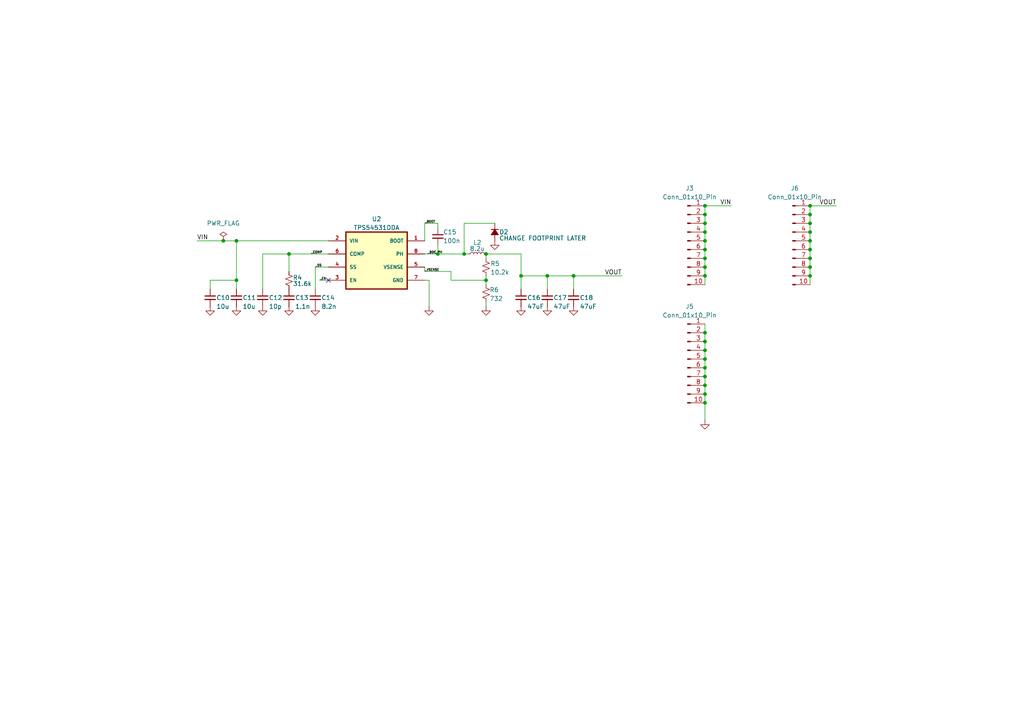
<source format=kicad_sch>
(kicad_sch (version 20250114) (generator "eeschema") (generator_version "9.0")
  (paper "A4")
  (lib_symbols
    (symbol "Connector:Conn_01x10_Pin" (pin_names (offset 1.016) (hide yes))
      (property "Reference" "J" (at 0 12.7 0))
      (property "Value" "Conn_01x10_Pin" (at 0 -15.24 0))
      (symbol "Conn_01x10_Pin_1_1"
        (rectangle (start 0.8636 10.287) (end 0 10.033) (stroke (width 0.1524)) (fill (type outline)))
        (rectangle (start 0.8636 7.747) (end 0 7.493) (stroke (width 0.1524)) (fill (type outline)))
        (rectangle (start 0.8636 5.207) (end 0 4.953) (stroke (width 0.1524)) (fill (type outline)))
        (rectangle (start 0.8636 2.667) (end 0 2.413) (stroke (width 0.1524)) (fill (type outline)))
        (rectangle (start 0.8636 0.127) (end 0 -0.127) (stroke (width 0.1524)) (fill (type outline)))
        (rectangle (start 0.8636 -2.413) (end 0 -2.667) (stroke (width 0.1524)) (fill (type outline)))
        (rectangle (start 0.8636 -4.953) (end 0 -5.207) (stroke (width 0.1524)) (fill (type outline)))
        (rectangle (start 0.8636 -7.493) (end 0 -7.747) (stroke (width 0.1524)) (fill (type outline)))
        (rectangle (start 0.8636 -10.033) (end 0 -10.287) (stroke (width 0.1524)) (fill (type outline)))
        (rectangle (start 0.8636 -12.573) (end 0 -12.827) (stroke (width 0.1524)) (fill (type outline)))
        (polyline (pts (xy 1.27 10.16) (xy 0.8636 10.16)) (stroke (width 0.1524)))
        (polyline (pts (xy 1.27 7.62) (xy 0.8636 7.62)) (stroke (width 0.1524)))
        (polyline (pts (xy 1.27 5.08) (xy 0.8636 5.08)) (stroke (width 0.1524)))
        (polyline (pts (xy 1.27 2.54) (xy 0.8636 2.54)) (stroke (width 0.1524)))
        (polyline (pts (xy 1.27 0) (xy 0.8636 0)) (stroke (width 0.1524)))
        (polyline (pts (xy 1.27 -2.54) (xy 0.8636 -2.54)) (stroke (width 0.1524)))
        (polyline (pts (xy 1.27 -5.08) (xy 0.8636 -5.08)) (stroke (width 0.1524)))
        (polyline (pts (xy 1.27 -7.62) (xy 0.8636 -7.62)) (stroke (width 0.1524)))
        (polyline (pts (xy 1.27 -10.16) (xy 0.8636 -10.16)) (stroke (width 0.1524)))
        (polyline (pts (xy 1.27 -12.7) (xy 0.8636 -12.7)) (stroke (width 0.1524)))
        (pin passive line (at 5.08 10.16 180) (length 3.81) (name "Pin_1") (number "1"))
        (pin passive line (at 5.08 7.62 180) (length 3.81) (name "Pin_2") (number "2"))
        (pin passive line (at 5.08 5.08 180) (length 3.81) (name "Pin_3") (number "3"))
        (pin passive line (at 5.08 2.54 180) (length 3.81) (name "Pin_4") (number "4"))
        (pin passive line (at 5.08 0 180) (length 3.81) (name "Pin_5") (number "5"))
        (pin passive line (at 5.08 -2.54 180) (length 3.81) (name "Pin_6") (number "6"))
        (pin passive line (at 5.08 -5.08 180) (length 3.81) (name "Pin_7") (number "7"))
        (pin passive line (at 5.08 -7.62 180) (length 3.81) (name "Pin_8") (number "8"))
        (pin passive line (at 5.08 -10.16 180) (length 3.81) (name "Pin_9") (number "9"))
        (pin passive line (at 5.08 -12.7 180) (length 3.81) (name "Pin_10") (number "10"))
      )
    )
    (symbol "Device:C_Small" (pin_numbers (hide yes)) (pin_names (offset 0.254) (hide yes))
      (property "Reference" "C" (at 0.254 1.778 0))
      (property "Value" "C_Small" (at 0.254 -2.032 0))
      (symbol "C_Small_0_1"
        (polyline (pts (xy -1.524 0.508) (xy 1.524 0.508)) (stroke (width 0.3048)))
        (polyline (pts (xy -1.524 -0.508) (xy 1.524 -0.508)) (stroke (width 0.3302)))
      )
      (symbol "C_Small_1_1"
        (pin passive line (at 0 2.54 270) (length 2.032) (name "~") (number "1"))
        (pin passive line (at 0 -2.54 90) (length 2.032) (name "~") (number "2"))
      )
    )
    (symbol "Device:D_Small_Filled" (pin_numbers (hide yes)) (pin_names (offset 0.254) (hide yes))
      (property "Reference" "D" (at -1.27 2.032 0))
      (property "Value" "D_Small_Filled" (at -3.81 -2.032 0))
      (symbol "D_Small_Filled_0_1"
        (polyline (pts (xy -0.762 0) (xy 0.762 0)))
        (polyline (pts (xy -0.762 -1.016) (xy -0.762 1.016)) (stroke (width 0.254)))
        (polyline (pts (xy 0.762 -1.016) (xy -0.762 0) (xy 0.762 1.016) (xy 0.762 -1.016)) (stroke (width 0.254)) (fill (type outline)))
      )
      (symbol "D_Small_Filled_1_1"
        (pin passive line (at -2.54 0 0) (length 1.778) (name "K") (number "1"))
        (pin passive line (at 2.54 0 180) (length 1.778) (name "A") (number "2"))
      )
    )
    (symbol "Device:L_Small" (pin_numbers (hide yes)) (pin_names (offset 0.254) (hide yes))
      (property "Reference" "L" (at 0.762 1.016 0))
      (property "Value" "L_Small" (at 0.762 -1.016 0))
      (symbol "L_Small_0_1"
        (arc (start 0 2.032) (mid 0.5058 1.524) (end 0 1.016))
        (arc (start 0 1.016) (mid 0.5058 0.508) (end 0 0))
        (arc (start 0 0) (mid 0.5058 -0.508) (end 0 -1.016))
        (arc (start 0 -1.016) (mid 0.5058 -1.524) (end 0 -2.032))
      )
      (symbol "L_Small_1_1"
        (pin passive line (at 0 2.54 270) (length 0.508) (name "~") (number "1"))
        (pin passive line (at 0 -2.54 90) (length 0.508) (name "~") (number "2"))
      )
    )
    (symbol "Device:R_Small_US" (pin_numbers (hide yes)) (pin_names (offset 0.254) (hide yes))
      (property "Reference" "R" (at 0.762 0.508 0))
      (property "Value" "R_Small_US" (at 0.762 -1.016 0))
      (symbol "R_Small_US_1_1"
        (polyline (pts (xy 0 1.524) (xy 1.016 1.143) (xy 0 0.762) (xy -1.016 0.381) (xy 0 0)))
        (polyline (pts (xy 0 0) (xy 1.016 -0.381) (xy 0 -0.762) (xy -1.016 -1.143) (xy 0 -1.524)))
        (pin passive line (at 0 2.54 270) (length 1.016) (name "~") (number "1"))
        (pin passive line (at 0 -2.54 90) (length 1.016) (name "~") (number "2"))
      )
    )
    (symbol "TPS54531DDA:TPS54531DDA" (pin_names (offset 1.016))
      (property "Reference" "U" (at -0.762 9.652 0))
      (property "Value" "TPS54531DDA" (at -6.604 7.874 0))
      (symbol "TPS54531DDA_0_0"
        (rectangle (start -8.89 7.62) (end 8.89 -8.89) (stroke (width 0.41)) (fill (type background)))
        (pin input line (at -13.97 5.08 0) (length 5.08) (name "VIN") (number "2"))
        (pin output line (at -13.97 1.27 0) (length 5.08) (name "COMP") (number "6"))
        (pin input line (at -13.97 -2.54 0) (length 5.08) (name "SS") (number "4"))
        (pin input line (at -13.97 -6.35 0) (length 5.08) (name "EN") (number "3"))
        (pin output line (at 13.97 5.08 180) (length 5.08) (name "BOOT") (number "1"))
        (pin output line (at 13.97 1.27 180) (length 5.08) (name "PH") (number "8"))
        (pin input line (at 13.97 -2.54 180) (length 5.08) (name "VSENSE") (number "5"))
        (pin power_in line (at 13.97 -6.35 180) (length 5.08) (name "GND") (number "7"))
      )
    )
    (symbol "power:GND" (power) (pin_numbers (hide yes)) (pin_names (offset 0) (hide yes))
      (property "Value" "GND" (at 0 -3.81 0))
      (symbol "GND_0_1"
        (polyline (pts (xy 0 0) (xy 0 -1.27) (xy 1.27 -1.27) (xy 0 -2.54) (xy -1.27 -1.27) (xy 0 -1.27)))
      )
      (symbol "GND_1_1"
        (pin power_in line (at 0 0 270) (length 0) (name "~") (number "1"))
      )
    )
    (symbol "power:PWR_FLAG" (power) (pin_numbers (hide yes)) (pin_names (offset 0) (hide yes))
      (property "Value" "PWR_FLAG" (at 0 3.81 0))
      (symbol "PWR_FLAG_0_0"
        (pin power_out line (at 0 0 90) (length 0) (name "~") (number "1"))
      )
      (symbol "PWR_FLAG_0_1"
        (polyline (pts (xy 0 0) (xy 0 1.27) (xy -1.016 1.905) (xy 0 2.54) (xy 1.016 1.905) (xy 0 1.27)))
      )
    )
  )
  (junction (at 204.47 59.69))
  (junction (at 166.37 80.01))
  (junction (at 134.62 73.66))
  (junction (at 204.47 109.22))
  (junction (at 204.47 104.14))
  (junction (at 158.75 80.01))
  (junction (at 234.95 67.31))
  (junction (at 204.47 74.93))
  (junction (at 204.47 114.3))
  (junction (at 68.58 81.28))
  (junction (at 204.47 101.6))
  (junction (at 204.47 99.06))
  (junction (at 68.58 69.85))
  (junction (at 204.47 96.52))
  (junction (at 204.47 116.84))
  (junction (at 204.47 80.01))
  (junction (at 64.77 69.85))
  (junction (at 151.13 80.01))
  (junction (at 234.95 59.69))
  (junction (at 204.47 111.76))
  (junction (at 234.95 77.47))
  (junction (at 204.47 106.68))
  (junction (at 234.95 74.93))
  (junction (at 234.95 69.85))
  (junction (at 140.97 73.66))
  (junction (at 204.47 77.47))
  (junction (at 204.47 69.85))
  (junction (at 83.82 73.66))
  (junction (at 204.47 62.23))
  (junction (at 140.97 81.28))
  (junction (at 234.95 64.77))
  (junction (at 127 73.66))
  (junction (at 234.95 80.01))
  (junction (at 204.47 64.77))
  (junction (at 204.47 72.39))
  (junction (at 234.95 62.23))
  (junction (at 204.47 67.31))
  (junction (at 234.95 72.39))
  (no_connect (at 95.25 81.28))
  (wire (pts (xy 151.13 80.01) (xy 151.13 73.66)))
  (wire (pts (xy 68.58 81.28) (xy 68.58 83.82)))
  (wire (pts (xy 204.47 64.77) (xy 204.47 67.31)))
  (wire (pts (xy 151.13 83.82) (xy 151.13 80.01)))
  (wire (pts (xy 130.81 81.28) (xy 140.97 81.28)))
  (wire (pts (xy 134.62 73.66) (xy 135.89 73.66)))
  (wire (pts (xy 234.95 59.69) (xy 234.95 62.23)))
  (wire (pts (xy 204.47 72.39) (xy 204.47 74.93)))
  (wire (pts (xy 123.19 78.74) (xy 123.19 77.47)))
  (wire (pts (xy 204.47 74.93) (xy 204.47 77.47)))
  (wire (pts (xy 123.19 64.77) (xy 123.19 69.85)))
  (wire (pts (xy 140.97 73.66) (xy 140.97 74.93)))
  (wire (pts (xy 158.75 80.01) (xy 158.75 83.82)))
  (wire (pts (xy 204.47 59.69) (xy 204.47 62.23)))
  (wire (pts (xy 158.75 80.01) (xy 166.37 80.01)))
  (wire (pts (xy 127 66.04) (xy 127 64.77)))
  (wire (pts (xy 204.47 109.22) (xy 204.47 111.76)))
  (wire (pts (xy 204.47 114.3) (xy 204.47 116.84)))
  (wire (pts (xy 204.47 59.69) (xy 212.09 59.69)))
  (wire (pts (xy 130.81 78.74) (xy 130.81 81.28)))
  (wire (pts (xy 204.47 62.23) (xy 204.47 64.77)))
  (wire (pts (xy 234.95 67.31) (xy 234.95 69.85)))
  (wire (pts (xy 92.71 81.28) (xy 95.25 81.28)))
  (wire (pts (xy 234.95 72.39) (xy 234.95 74.93)))
  (wire (pts (xy 204.47 69.85) (xy 204.47 72.39)))
  (wire (pts (xy 127 64.77) (xy 123.19 64.77)))
  (wire (pts (xy 204.47 67.31) (xy 204.47 69.85)))
  (wire (pts (xy 140.97 80.01) (xy 140.97 81.28)))
  (wire (pts (xy 68.58 69.85) (xy 68.58 81.28)))
  (wire (pts (xy 204.47 80.01) (xy 204.47 82.55)))
  (wire (pts (xy 68.58 69.85) (xy 95.25 69.85)))
  (wire (pts (xy 234.95 64.77) (xy 234.95 67.31)))
  (wire (pts (xy 234.95 62.23) (xy 234.95 64.77)))
  (wire (pts (xy 127 73.66) (xy 127 71.12)))
  (wire (pts (xy 127 73.66) (xy 134.62 73.66)))
  (wire (pts (xy 204.47 106.68) (xy 204.47 109.22)))
  (wire (pts (xy 91.44 77.47) (xy 95.25 77.47)))
  (wire (pts (xy 234.95 80.01) (xy 234.95 82.55)))
  (wire (pts (xy 91.44 83.82) (xy 91.44 77.47)))
  (wire (pts (xy 83.82 73.66) (xy 95.25 73.66)))
  (wire (pts (xy 204.47 101.6) (xy 204.47 104.14)))
  (wire (pts (xy 166.37 83.82) (xy 166.37 80.01)))
  (wire (pts (xy 204.47 99.06) (xy 204.47 101.6)))
  (wire (pts (xy 134.62 64.77) (xy 143.51 64.77)))
  (wire (pts (xy 166.37 80.01) (xy 180.34 80.01)))
  (wire (pts (xy 158.75 80.01) (xy 151.13 80.01)))
  (wire (pts (xy 124.46 81.28) (xy 123.19 81.28)))
  (wire (pts (xy 68.58 81.28) (xy 60.96 81.28)))
  (wire (pts (xy 83.82 73.66) (xy 83.82 78.74)))
  (wire (pts (xy 234.95 74.93) (xy 234.95 77.47)))
  (wire (pts (xy 134.62 64.77) (xy 134.62 73.66)))
  (wire (pts (xy 204.47 93.98) (xy 204.47 96.52)))
  (wire (pts (xy 76.2 73.66) (xy 83.82 73.66)))
  (wire (pts (xy 204.47 116.84) (xy 204.47 121.92)))
  (wire (pts (xy 124.46 88.9) (xy 124.46 81.28)))
  (wire (pts (xy 242.57 59.69) (xy 234.95 59.69)))
  (wire (pts (xy 204.47 96.52) (xy 204.47 99.06)))
  (wire (pts (xy 204.47 77.47) (xy 204.47 80.01)))
  (wire (pts (xy 76.2 83.82) (xy 76.2 73.66)))
  (wire (pts (xy 123.19 78.74) (xy 130.81 78.74)))
  (wire (pts (xy 57.15 69.85) (xy 64.77 69.85)))
  (wire (pts (xy 234.95 77.47) (xy 234.95 80.01)))
  (wire (pts (xy 60.96 81.28) (xy 60.96 83.82)))
  (wire (pts (xy 204.47 111.76) (xy 204.47 114.3)))
  (wire (pts (xy 64.77 69.85) (xy 68.58 69.85)))
  (wire (pts (xy 140.97 88.9) (xy 140.97 87.63)))
  (wire (pts (xy 123.19 73.66) (xy 127 73.66)))
  (wire (pts (xy 140.97 81.28) (xy 140.97 82.55)))
  (wire (pts (xy 204.47 104.14) (xy 204.47 106.68)))
  (wire (pts (xy 234.95 69.85) (xy 234.95 72.39)))
  (wire (pts (xy 151.13 73.66) (xy 140.97 73.66)))
  (label "_BDC_PH" (at 124.0078 73.66 0) (effects (font (size 0.635 0.635))))
  (label "VIN" (at 57.15 69.85 0))
  (label "VIN" (at 212.09 59.69 180))
  (label "_VSENSE" (at 123.19 78.74 0) (effects (font (size 0.635 0.635))))
  (label "VOUT" (at 180.34 80.01 180))
  (label "_SS" (at 91.44 77.47 0) (effects (font (size 0.635 0.635))))
  (label "_COMP" (at 90.17 73.66 0) (effects (font (size 0.635 0.635))))
  (label "_BOOT" (at 123.19 64.77 0) (effects (font (size 0.635 0.635))))
  (label "_EN" (at 92.71 81.28 0) (effects (font (size 0.635 0.635))))
  (label "VOUT" (at 242.57 59.69 180))
  (symbol (lib_id "Device:C_Small") (at 60.96 86.36 0) (unit 1)
    (property "Reference" "C10" (at 62.738 86.36 0) (effects (justify left)))
    (property "Value" "10u" (at 62.738 88.9 0) (effects (justify left)))
    (property "Footprint" "Capacitor_SMD:C_0805_2012Metric" (effects (hide yes)))
    (property "Description" "Unpolarized capacitor, small symbol" (effects (hide yes)))
  )
  (symbol (lib_id "power:GND") (at 60.96 88.9 0) (unit 1)
    (property "Reference" "#PWR01" (effects (hide yes)))
    (property "Value" "GND" (effects (hide yes)))
    (property "Description" "Power symbol creates a global label with name \"GND\" , ground" (effects (hide yes)))
  )
  (symbol (lib_id "power:GND") (at 83.82 88.9 0) (unit 1)
    (property "Reference" "#PWR04" (effects (hide yes)))
    (property "Value" "GND" (effects (hide yes)))
    (property "Description" "Power symbol creates a global label with name \"GND\" , ground" (effects (hide yes)))
  )
  (symbol (lib_id "power:GND") (at 76.2 88.9 0) (unit 1)
    (property "Reference" "#PWR03" (effects (hide yes)))
    (property "Value" "GND" (effects (hide yes)))
    (property "Description" "Power symbol creates a global label with name \"GND\" , ground" (effects (hide yes)))
  )
  (symbol (lib_id "Device:C_Small") (at 91.44 86.36 0) (unit 1)
    (property "Reference" "C14" (at 93.218 86.36 0) (effects (justify left)))
    (property "Value" "8.2n" (at 93.218 88.9 0) (effects (justify left)))
    (property "Footprint" "Capacitor_SMD:C_0805_2012Metric" (effects (hide yes)))
    (property "Description" "Unpolarized capacitor, small symbol" (effects (hide yes)))
  )
  (symbol (lib_id "Connector:Conn_01x10_Pin") (at 229.87 69.85 0) (unit 1)
    (property "Reference" "J6" (at 230.505 54.61 0))
    (property "Value" "Conn_01x10_Pin" (at 230.505 57.15 0))
    (property "Footprint" "Connector_PinHeader_2.54mm:PinHeader_1x10_P2.54mm_Vertical" (effects (hide yes)))
    (property "Description" "Generic connector, single row, 01x10, script generated" (effects (hide yes)))
  )
  (symbol (lib_id "power:GND") (at 166.37 88.9 0) (unit 1)
    (property "Reference" "#PWR023" (effects (hide yes)))
    (property "Value" "GND" (effects (hide yes)))
    (property "Description" "Power symbol creates a global label with name \"GND\" , ground" (effects (hide yes)))
  )
  (symbol (lib_id "Connector:Conn_01x10_Pin") (at 199.39 69.85 0) (unit 1)
    (property "Reference" "J3" (at 200.025 54.61 0))
    (property "Value" "Conn_01x10_Pin" (at 200.025 57.15 0))
    (property "Footprint" "Connector_PinHeader_2.54mm:PinHeader_1x10_P2.54mm_Vertical" (effects (hide yes)))
    (property "Description" "Generic connector, single row, 01x10, script generated" (effects (hide yes)))
  )
  (symbol (lib_id "Device:C_Small") (at 83.82 86.36 0) (unit 1)
    (property "Reference" "C13" (at 85.598 86.36 0) (effects (justify left)))
    (property "Value" "1.1n" (at 85.598 88.9 0) (effects (justify left)))
    (property "Footprint" "Capacitor_SMD:C_0805_2012Metric" (effects (hide yes)))
    (property "Description" "Unpolarized capacitor, small symbol" (effects (hide yes)))
  )
  (symbol (lib_id "power:GND") (at 143.51 69.85 0) (unit 1)
    (property "Reference" "#PWR020" (effects (hide yes)))
    (property "Value" "GND" (effects (hide yes)))
    (property "Description" "Power symbol creates a global label with name \"GND\" , ground" (effects (hide yes)))
  )
  (symbol (lib_id "Device:C_Small") (at 68.58 86.36 0) (unit 1)
    (property "Reference" "C11" (at 70.358 86.36 0) (effects (justify left)))
    (property "Value" "10u" (at 70.358 88.9 0) (effects (justify left)))
    (property "Footprint" "Capacitor_SMD:C_0805_2012Metric" (effects (hide yes)))
    (property "Description" "Unpolarized capacitor, small symbol" (effects (hide yes)))
  )
  (symbol (lib_id "TPS54531DDA:TPS54531DDA") (at 109.22 74.93 0) (unit 1)
    (property "Reference" "U2" (at 109.22 63.5 0))
    (property "Value" "TPS54531DDA" (at 109.22 66.04 0))
    (property "Footprint" "footprints:VREG_LM5017MR_NOPB" (effects (hide yes)))
  )
  (symbol (lib_id "Connector:Conn_01x10_Pin") (at 199.39 104.14 0) (unit 1)
    (property "Reference" "J5" (at 200.025 88.9 0))
    (property "Value" "Conn_01x10_Pin" (at 200.025 91.44 0))
    (property "Footprint" "Connector_PinHeader_2.54mm:PinHeader_1x10_P2.54mm_Vertical" (effects (hide yes)))
    (property "Description" "Generic connector, single row, 01x10, script generated" (effects (hide yes)))
  )
  (symbol (lib_id "power:GND") (at 158.75 88.9 0) (unit 1)
    (property "Reference" "#PWR09" (effects (hide yes)))
    (property "Value" "GND" (effects (hide yes)))
    (property "Description" "Power symbol creates a global label with name \"GND\" , ground" (effects (hide yes)))
  )
  (symbol (lib_id "Device:L_Small") (at 138.43 73.66 90) (unit 1)
    (property "Reference" "L2" (at 138.43 70.358 90))
    (property "Value" "8.2u" (at 138.43 72.136 90))
    (property "Footprint" "Inductor_SMD:L_APV_ANR4018" (effects (hide yes)))
    (property "Description" "Inductor, small symbol" (effects (hide yes)))
  )
  (symbol (lib_id "power:GND") (at 91.44 88.9 0) (unit 1)
    (property "Reference" "#PWR05" (effects (hide yes)))
    (property "Value" "GND" (effects (hide yes)))
    (property "Description" "Power symbol creates a global label with name \"GND\" , ground" (effects (hide yes)))
  )
  (symbol (lib_id "Device:D_Small_Filled") (at 143.51 67.31 270) (unit 1)
    (property "Reference" "D2" (at 144.78 67.31 90) (effects (justify left)))
    (property "Value" "CHANGE FOOTPRINT LATER" (at 144.78 69.088 90) (effects (justify left)))
    (property "Footprint" "Diode_SMD:D_0805_2012Metric" (effects (hide yes)))
    (property "Description" "Diode, small symbol, filled shape" (effects (hide yes)))
    (property "Sim.Device" "D" (effects (hide yes)))
    (property "Sim.Pins" "1=K 2=A" (effects (hide yes)))
  )
  (symbol (lib_id "Device:C_Small") (at 166.37 86.36 0) (unit 1)
    (property "Reference" "C18" (at 168.148 86.36 0) (effects (justify left)))
    (property "Value" "47uF" (at 168.148 88.9 0) (effects (justify left)))
    (property "Footprint" "Capacitor_SMD:C_0805_2012Metric" (effects (hide yes)))
    (property "Description" "Unpolarized capacitor, small symbol" (effects (hide yes)))
  )
  (symbol (lib_id "Device:R_Small_US") (at 83.82 81.28 180) (unit 1)
    (property "Reference" "R4" (at 87.63 80.518 0) (effects (justify left)))
    (property "Value" "31.6k" (at 90.424 82.296 0) (effects (justify left)))
    (property "Footprint" "Resistor_SMD:R_0805_2012Metric" (effects (hide yes)))
    (property "Description" "Resistor, small US symbol" (effects (hide yes)))
  )
  (symbol (lib_id "Device:R_Small_US") (at 140.97 77.47 0) (unit 1)
    (property "Reference" "R5" (at 142.24 76.454 0) (effects (justify left)))
    (property "Value" "10.2k" (at 142.24 78.994 0) (effects (justify left)))
    (property "Footprint" "Resistor_SMD:R_0805_2012Metric" (effects (hide yes)))
    (property "Description" "Resistor, small US symbol" (effects (hide yes)))
  )
  (symbol (lib_id "power:GND") (at 151.13 88.9 0) (unit 1)
    (property "Reference" "#PWR08" (effects (hide yes)))
    (property "Value" "GND" (effects (hide yes)))
    (property "Description" "Power symbol creates a global label with name \"GND\" , ground" (effects (hide yes)))
  )
  (symbol (lib_id "power:GND") (at 68.58 88.9 0) (unit 1)
    (property "Reference" "#PWR02" (effects (hide yes)))
    (property "Value" "GND" (effects (hide yes)))
    (property "Description" "Power symbol creates a global label with name \"GND\" , ground" (effects (hide yes)))
  )
  (symbol (lib_id "Device:C_Small") (at 127 68.58 0) (unit 1)
    (property "Reference" "C15" (at 128.524 67.31 0) (effects (justify left)))
    (property "Value" "100n" (at 128.524 69.85 0) (effects (justify left)))
    (property "Footprint" "Capacitor_SMD:C_0805_2012Metric" (effects (hide yes)))
    (property "Description" "Unpolarized capacitor, small symbol" (effects (hide yes)))
  )
  (symbol (lib_id "power:PWR_FLAG") (at 64.77 69.85 0) (unit 1)
    (property "Reference" "#FLG01" (effects (hide yes)))
    (property "Value" "PWR_FLAG" (at 64.77 64.77 0))
    (property "Description" "Special symbol for telling ERC where power comes from" (effects (hide yes)))
  )
  (symbol (lib_id "Device:R_Small_US") (at 140.97 85.09 0) (unit 1)
    (property "Reference" "R6" (at 141.986 84.074 0) (effects (justify left)))
    (property "Value" "732" (at 141.986 86.614 0) (effects (justify left)))
    (property "Footprint" "Resistor_SMD:R_0805_2012Metric" (effects (hide yes)))
    (property "Description" "Resistor, small US symbol" (effects (hide yes)))
  )
  (symbol (lib_id "power:GND") (at 204.47 121.92 0) (unit 1)
    (property "Reference" "#PWR010" (effects (hide yes)))
    (property "Value" "GND" (effects (hide yes)))
    (property "Description" "Power symbol creates a global label with name \"GND\" , ground" (effects (hide yes)))
  )
  (symbol (lib_id "Device:C_Small") (at 158.75 86.36 0) (unit 1)
    (property "Reference" "C17" (at 160.528 86.36 0) (effects (justify left)))
    (property "Value" "47uF" (at 160.528 88.9 0) (effects (justify left)))
    (property "Footprint" "Capacitor_SMD:C_0805_2012Metric" (effects (hide yes)))
    (property "Description" "Unpolarized capacitor, small symbol" (effects (hide yes)))
  )
  (symbol (lib_id "Device:C_Small") (at 76.2 86.36 0) (unit 1)
    (property "Reference" "C12" (at 77.978 86.36 0) (effects (justify left)))
    (property "Value" "10p" (at 77.978 88.9 0) (effects (justify left)))
    (property "Footprint" "Capacitor_SMD:C_0805_2012Metric" (effects (hide yes)))
    (property "Description" "Unpolarized capacitor, small symbol" (effects (hide yes)))
  )
  (symbol (lib_id "Device:C_Small") (at 151.13 86.36 0) (unit 1)
    (property "Reference" "C16" (at 152.908 86.36 0) (effects (justify left)))
    (property "Value" "47uF" (at 152.908 88.9 0) (effects (justify left)))
    (property "Footprint" "Capacitor_SMD:C_0805_2012Metric" (effects (hide yes)))
    (property "Description" "Unpolarized capacitor, small symbol" (effects (hide yes)))
  )
  (symbol (lib_id "power:GND") (at 124.46 88.9 0) (unit 1)
    (property "Reference" "#PWR06" (effects (hide yes)))
    (property "Value" "GND" (effects (hide yes)))
    (property "Description" "Power symbol creates a global label with name \"GND\" , ground" (effects (hide yes)))
  )
  (symbol (lib_id "power:GND") (at 140.97 88.9 0) (unit 1)
    (property "Reference" "#PWR07" (effects (hide yes)))
    (property "Value" "GND" (effects (hide yes)))
    (property "Description" "Power symbol creates a global label with name \"GND\" , ground" (effects (hide yes)))
  )
)
</source>
